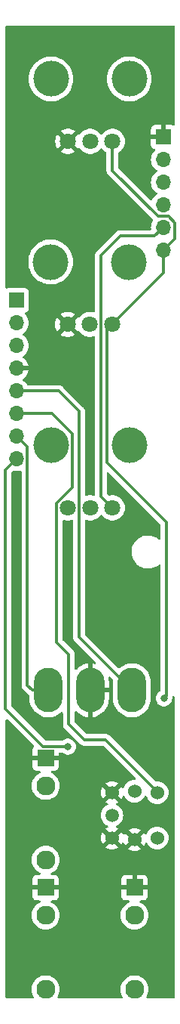
<source format=gbl>
G04 #@! TF.GenerationSoftware,KiCad,Pcbnew,7.0.5.1-1-g8f565ef7f0-dirty-deb11*
G04 #@! TF.CreationDate,2023-06-10T14:17:36+00:00*
G04 #@! TF.ProjectId,RP2040-VCO,52503230-3430-42d5-9643-4f2e6b696361,rev?*
G04 #@! TF.SameCoordinates,Original*
G04 #@! TF.FileFunction,Copper,L2,Bot*
G04 #@! TF.FilePolarity,Positive*
%FSLAX46Y46*%
G04 Gerber Fmt 4.6, Leading zero omitted, Abs format (unit mm)*
G04 Created by KiCad (PCBNEW 7.0.5.1-1-g8f565ef7f0-dirty-deb11) date 2023-06-10 14:17:36*
%MOMM*%
%LPD*%
G01*
G04 APERTURE LIST*
G04 #@! TA.AperFunction,ComponentPad*
%ADD10R,1.930000X1.830000*%
G04 #@! TD*
G04 #@! TA.AperFunction,ComponentPad*
%ADD11C,2.130000*%
G04 #@! TD*
G04 #@! TA.AperFunction,WasherPad*
%ADD12C,4.000000*%
G04 #@! TD*
G04 #@! TA.AperFunction,ComponentPad*
%ADD13C,1.800000*%
G04 #@! TD*
G04 #@! TA.AperFunction,WasherPad*
%ADD14C,1.500000*%
G04 #@! TD*
G04 #@! TA.AperFunction,ComponentPad*
%ADD15C,1.524000*%
G04 #@! TD*
G04 #@! TA.AperFunction,ComponentPad*
%ADD16O,3.200000X5.000000*%
G04 #@! TD*
G04 #@! TA.AperFunction,ComponentPad*
%ADD17R,1.700000X1.700000*%
G04 #@! TD*
G04 #@! TA.AperFunction,ComponentPad*
%ADD18O,1.700000X1.700000*%
G04 #@! TD*
G04 #@! TA.AperFunction,ViaPad*
%ADD19C,0.800000*%
G04 #@! TD*
G04 #@! TA.AperFunction,Conductor*
%ADD20C,0.300000*%
G04 #@! TD*
G04 APERTURE END LIST*
D10*
X89000000Y-133600000D03*
D11*
X89000000Y-145000000D03*
X89000000Y-136700000D03*
D10*
X79000000Y-133600000D03*
D11*
X79000000Y-145000000D03*
X79000000Y-136700000D03*
D10*
X79000000Y-119100000D03*
D11*
X79000000Y-130500000D03*
X79000000Y-122200000D03*
D12*
X79600000Y-43000000D03*
X88400000Y-43000000D03*
D13*
X86500000Y-50000000D03*
X84000000Y-50000000D03*
X81500000Y-50000000D03*
D14*
X86460000Y-125500000D03*
D15*
X86460000Y-128040000D03*
X86460000Y-122960000D03*
X91540000Y-128040000D03*
X91540000Y-122960000D03*
X89000000Y-122800000D03*
X89000000Y-128200000D03*
D16*
X88700000Y-111500000D03*
X84000000Y-111500000D03*
X79300000Y-111500000D03*
D12*
X79560000Y-63500000D03*
X88360000Y-63500000D03*
D13*
X86460000Y-70500000D03*
X83960000Y-70500000D03*
X81460000Y-70500000D03*
D12*
X79600000Y-84050000D03*
X88400000Y-84050000D03*
D13*
X86500000Y-91050000D03*
X84000000Y-91050000D03*
X81500000Y-91050000D03*
D17*
X92200000Y-49500000D03*
D18*
X92200000Y-52040000D03*
X92200000Y-54580000D03*
X92200000Y-57120000D03*
X92200000Y-59660000D03*
X92200000Y-62200000D03*
D17*
X75750000Y-67800000D03*
D18*
X75750000Y-70340000D03*
X75750000Y-72880000D03*
X75750000Y-75420000D03*
X75750000Y-77960000D03*
X75750000Y-80500000D03*
X75750000Y-83040000D03*
X75750000Y-85580000D03*
D19*
X82000000Y-66600000D03*
X82000000Y-67500000D03*
X81500000Y-117800000D03*
X92300000Y-112400000D03*
D20*
X78700000Y-117800000D02*
X74500000Y-113600000D01*
X81500000Y-117800000D02*
X78700000Y-117800000D01*
X74500000Y-86830000D02*
X75750000Y-85580000D01*
X74500000Y-113600000D02*
X74500000Y-86830000D01*
X85210489Y-69983413D02*
X85210489Y-89760489D01*
X85210489Y-62789511D02*
X87400000Y-60600000D01*
X91260000Y-60600000D02*
X92200000Y-59660000D01*
X87400000Y-60600000D02*
X91260000Y-60600000D01*
X85210489Y-89760489D02*
X86500000Y-91050000D01*
X85210489Y-69983413D02*
X85210489Y-62789511D01*
X86500000Y-50000000D02*
X86500000Y-53257057D01*
X86500000Y-53257057D02*
X91642943Y-58400000D01*
X92200000Y-62200000D02*
X92200000Y-64760000D01*
X93500000Y-59100000D02*
X93500000Y-60900000D01*
X92300000Y-112400000D02*
X92600000Y-112100000D01*
X92800000Y-58400000D02*
X93500000Y-59100000D01*
X85900000Y-86000000D02*
X85900000Y-71060000D01*
X93500000Y-60900000D02*
X92200000Y-62200000D01*
X92200000Y-64760000D02*
X86460000Y-70500000D01*
X92600000Y-92700000D02*
X85900000Y-86000000D01*
X91642943Y-58400000D02*
X92800000Y-58400000D01*
X85900000Y-71060000D02*
X86460000Y-70500000D01*
X92600000Y-112100000D02*
X92600000Y-92700000D01*
X82000000Y-82800000D02*
X82000000Y-88782924D01*
X80250489Y-90532435D02*
X80250489Y-106150489D01*
X75750000Y-80500000D02*
X79700000Y-80500000D01*
X79700000Y-80500000D02*
X82000000Y-82800000D01*
X83350489Y-117050489D02*
X85740489Y-117050489D01*
X82000000Y-88782924D02*
X80250489Y-90532435D01*
X91540000Y-122850000D02*
X91540000Y-122960000D01*
X81600000Y-115300000D02*
X83350489Y-117050489D01*
X85740489Y-117050489D02*
X91540000Y-122850000D01*
X80250489Y-106150489D02*
X81600000Y-107500000D01*
X81600000Y-107500000D02*
X81600000Y-115300000D01*
X82750489Y-80250489D02*
X80460000Y-77960000D01*
X82750489Y-105550489D02*
X82750489Y-80250489D01*
X80460000Y-77960000D02*
X75750000Y-77960000D01*
X88700000Y-111500000D02*
X82750489Y-105550489D01*
X77500000Y-111500000D02*
X79300000Y-111500000D01*
X76949511Y-84239511D02*
X76949511Y-99249511D01*
X76949511Y-99249511D02*
X76949511Y-110949511D01*
X76949511Y-110949511D02*
X77500000Y-111500000D01*
X75750000Y-83040000D02*
X76949511Y-84239511D01*
G04 #@! TA.AperFunction,Conductor*
G36*
X76238227Y-86904524D02*
G01*
X76277040Y-86949403D01*
X76291011Y-87007069D01*
X76291011Y-110862900D01*
X76288639Y-110884385D01*
X76290949Y-110957880D01*
X76291011Y-110961838D01*
X76291011Y-110990947D01*
X76291566Y-110995343D01*
X76292497Y-111007167D01*
X76293948Y-111053342D01*
X76299932Y-111073938D01*
X76303940Y-111093293D01*
X76306628Y-111114572D01*
X76323635Y-111157528D01*
X76327478Y-111168755D01*
X76340365Y-111213111D01*
X76351281Y-111231569D01*
X76359978Y-111249321D01*
X76367875Y-111269267D01*
X76395025Y-111306634D01*
X76401544Y-111316557D01*
X76425060Y-111356321D01*
X76440221Y-111371482D01*
X76453061Y-111386515D01*
X76465668Y-111403866D01*
X76501262Y-111433312D01*
X76510042Y-111441302D01*
X76973125Y-111904385D01*
X76986642Y-111921256D01*
X77040256Y-111971603D01*
X77043067Y-111974327D01*
X77063667Y-111994927D01*
X77067170Y-111997644D01*
X77076197Y-112005354D01*
X77109867Y-112036972D01*
X77126200Y-112045951D01*
X77173953Y-112092226D01*
X77191500Y-112156366D01*
X77191500Y-112472032D01*
X77206257Y-112687773D01*
X77264945Y-112970197D01*
X77361542Y-113241997D01*
X77494244Y-113498099D01*
X77494247Y-113498103D01*
X77660591Y-113733758D01*
X77847458Y-113933844D01*
X77857476Y-113944570D01*
X78081222Y-114126602D01*
X78081226Y-114126604D01*
X78081228Y-114126606D01*
X78327686Y-114276481D01*
X78592256Y-114391400D01*
X78870011Y-114469223D01*
X78870013Y-114469223D01*
X78870016Y-114469224D01*
X79155771Y-114508500D01*
X79155775Y-114508500D01*
X79444225Y-114508500D01*
X79444229Y-114508500D01*
X79729983Y-114469224D01*
X79729984Y-114469223D01*
X79729989Y-114469223D01*
X80007744Y-114391400D01*
X80272314Y-114276481D01*
X80518772Y-114126606D01*
X80519276Y-114126196D01*
X80735983Y-113949892D01*
X80800476Y-113922530D01*
X80869615Y-113933844D01*
X80922023Y-113980335D01*
X80941500Y-114047631D01*
X80941500Y-115213389D01*
X80939128Y-115234874D01*
X80941438Y-115308369D01*
X80941500Y-115312327D01*
X80941500Y-115341436D01*
X80942055Y-115345832D01*
X80942986Y-115357656D01*
X80944437Y-115403831D01*
X80950421Y-115424427D01*
X80954429Y-115443782D01*
X80957117Y-115465061D01*
X80974124Y-115508017D01*
X80977967Y-115519244D01*
X80990854Y-115563600D01*
X81001770Y-115582058D01*
X81010467Y-115599810D01*
X81018364Y-115619756D01*
X81045514Y-115657123D01*
X81052033Y-115667046D01*
X81075549Y-115706810D01*
X81090710Y-115721971D01*
X81103550Y-115737004D01*
X81116157Y-115754355D01*
X81151752Y-115783802D01*
X81160532Y-115791792D01*
X82823615Y-117454875D01*
X82837136Y-117471750D01*
X82890761Y-117522107D01*
X82893572Y-117524831D01*
X82914156Y-117545415D01*
X82917659Y-117548132D01*
X82926675Y-117555832D01*
X82960356Y-117587461D01*
X82979149Y-117597792D01*
X82995665Y-117608641D01*
X83012620Y-117621793D01*
X83055020Y-117640141D01*
X83065669Y-117645357D01*
X83106152Y-117667613D01*
X83126929Y-117672947D01*
X83145624Y-117679348D01*
X83165312Y-117687868D01*
X83210943Y-117695095D01*
X83222543Y-117697497D01*
X83267301Y-117708989D01*
X83288747Y-117708989D01*
X83308457Y-117710539D01*
X83329640Y-117713895D01*
X83375628Y-117709547D01*
X83387484Y-117708989D01*
X85415539Y-117708989D01*
X85463757Y-117718580D01*
X85504634Y-117745894D01*
X89069523Y-121310783D01*
X89103441Y-121372607D01*
X89098829Y-121442973D01*
X89057132Y-121499841D01*
X88991410Y-121525398D01*
X88889152Y-121534344D01*
X88778532Y-121544022D01*
X88563807Y-121601559D01*
X88563806Y-121601559D01*
X88563804Y-121601560D01*
X88503442Y-121629707D01*
X88362322Y-121695512D01*
X88180215Y-121823025D01*
X88023025Y-121980215D01*
X87895512Y-122162323D01*
X87806614Y-122352966D01*
X87760118Y-122405984D01*
X87692418Y-122425716D01*
X87624719Y-122405983D01*
X87578224Y-122352965D01*
X87564052Y-122322572D01*
X87519815Y-122259395D01*
X87519813Y-122259395D01*
X86819210Y-122960000D01*
X86819210Y-122960001D01*
X87519812Y-123660603D01*
X87519814Y-123660603D01*
X87564052Y-123597427D01*
X87652833Y-123407035D01*
X87699328Y-123354018D01*
X87767027Y-123334285D01*
X87834727Y-123354017D01*
X87881222Y-123407034D01*
X87895510Y-123437675D01*
X88023025Y-123619784D01*
X88180215Y-123776974D01*
X88180218Y-123776976D01*
X88180219Y-123776977D01*
X88182203Y-123778366D01*
X88362321Y-123904487D01*
X88362322Y-123904487D01*
X88362323Y-123904488D01*
X88563804Y-123998440D01*
X88714739Y-124038883D01*
X88778532Y-124055977D01*
X88778533Y-124055977D01*
X88778537Y-124055978D01*
X89000000Y-124075353D01*
X89221463Y-124055978D01*
X89436196Y-123998440D01*
X89637677Y-123904488D01*
X89819781Y-123776977D01*
X89976977Y-123619781D01*
X90104488Y-123437677D01*
X90118501Y-123407625D01*
X90164994Y-123354610D01*
X90232694Y-123334876D01*
X90300394Y-123354608D01*
X90346889Y-123407625D01*
X90435395Y-123597426D01*
X90435512Y-123597677D01*
X90563025Y-123779784D01*
X90720215Y-123936974D01*
X90902321Y-124064487D01*
X90902322Y-124064487D01*
X90902323Y-124064488D01*
X91103804Y-124158440D01*
X91254739Y-124198883D01*
X91318532Y-124215977D01*
X91318533Y-124215977D01*
X91318537Y-124215978D01*
X91540000Y-124235353D01*
X91761463Y-124215978D01*
X91976196Y-124158440D01*
X92177677Y-124064488D01*
X92359781Y-123936977D01*
X92516977Y-123779781D01*
X92644488Y-123597677D01*
X92738440Y-123396196D01*
X92795978Y-123181463D01*
X92815353Y-122960000D01*
X92795978Y-122738537D01*
X92738440Y-122523804D01*
X92644488Y-122322324D01*
X92516977Y-122140219D01*
X92516976Y-122140218D01*
X92516974Y-122140215D01*
X92359784Y-121983025D01*
X92177678Y-121855512D01*
X92107117Y-121822609D01*
X91976196Y-121761560D01*
X91962709Y-121757946D01*
X91761467Y-121704022D01*
X91584292Y-121688521D01*
X91540000Y-121684647D01*
X91539999Y-121684647D01*
X91383267Y-121698358D01*
X91329192Y-121691238D01*
X91283192Y-121661932D01*
X86267363Y-116646103D01*
X86253845Y-116629231D01*
X86200231Y-116578884D01*
X86197419Y-116576159D01*
X86176822Y-116555562D01*
X86173317Y-116552843D01*
X86164292Y-116545135D01*
X86130620Y-116513515D01*
X86111827Y-116503183D01*
X86095306Y-116492331D01*
X86078359Y-116479186D01*
X86078357Y-116479185D01*
X86035948Y-116460832D01*
X86025307Y-116455619D01*
X85984826Y-116433365D01*
X85984823Y-116433364D01*
X85964057Y-116428032D01*
X85945353Y-116421628D01*
X85925667Y-116413109D01*
X85880041Y-116405883D01*
X85868417Y-116403476D01*
X85851669Y-116399176D01*
X85823677Y-116391989D01*
X85823676Y-116391989D01*
X85802230Y-116391989D01*
X85782521Y-116390438D01*
X85761337Y-116387083D01*
X85761336Y-116387083D01*
X85741259Y-116388980D01*
X85715348Y-116391430D01*
X85703493Y-116391989D01*
X83675438Y-116391989D01*
X83627220Y-116382398D01*
X83586343Y-116355084D01*
X82295405Y-115064145D01*
X82268091Y-115023268D01*
X82258500Y-114975050D01*
X82258500Y-113943228D01*
X82272626Y-113885260D01*
X82311838Y-113840290D01*
X82367343Y-113818402D01*
X82426695Y-113824503D01*
X82476585Y-113857226D01*
X82557818Y-113944205D01*
X82781514Y-114126196D01*
X83027914Y-114276034D01*
X83292423Y-114390927D01*
X83570118Y-114468733D01*
X83745998Y-114492907D01*
X83746000Y-114492907D01*
X83746000Y-111754000D01*
X84254000Y-111754000D01*
X84254000Y-114492907D01*
X84254001Y-114492907D01*
X84429881Y-114468733D01*
X84707576Y-114390927D01*
X84972085Y-114276034D01*
X85218485Y-114126196D01*
X85442181Y-113944205D01*
X85639020Y-113733442D01*
X85805325Y-113497841D01*
X85937999Y-113241793D01*
X86034572Y-112970062D01*
X86093246Y-112687706D01*
X86108000Y-112472018D01*
X86108000Y-111754000D01*
X84254000Y-111754000D01*
X83746000Y-111754000D01*
X83746000Y-108507093D01*
X83745998Y-108507092D01*
X83570118Y-108531266D01*
X83292423Y-108609072D01*
X83027914Y-108723965D01*
X82781514Y-108873803D01*
X82557818Y-109055794D01*
X82476585Y-109142774D01*
X82426695Y-109175497D01*
X82367343Y-109181598D01*
X82311838Y-109159710D01*
X82272626Y-109114740D01*
X82258500Y-109056772D01*
X82258500Y-107586614D01*
X82260872Y-107565125D01*
X82260788Y-107562465D01*
X82260789Y-107562463D01*
X82258562Y-107491612D01*
X82258500Y-107487654D01*
X82258500Y-107458575D01*
X82258500Y-107458568D01*
X82257943Y-107454162D01*
X82257012Y-107442335D01*
X82255562Y-107396169D01*
X82249578Y-107375574D01*
X82245570Y-107356217D01*
X82242882Y-107334936D01*
X82225874Y-107291978D01*
X82222030Y-107280751D01*
X82209145Y-107236400D01*
X82198224Y-107217935D01*
X82189531Y-107200189D01*
X82181635Y-107180244D01*
X82154473Y-107142860D01*
X82147964Y-107132950D01*
X82124453Y-107093193D01*
X82109287Y-107078027D01*
X82096447Y-107062994D01*
X82083840Y-107045642D01*
X82048246Y-107016196D01*
X82039467Y-107008207D01*
X80945894Y-105914634D01*
X80918580Y-105873757D01*
X80908989Y-105825539D01*
X80908989Y-92512240D01*
X80922960Y-92454574D01*
X80961773Y-92409695D01*
X81016823Y-92387556D01*
X81075901Y-92393067D01*
X81153169Y-92419592D01*
X81383332Y-92458000D01*
X81616668Y-92458000D01*
X81846830Y-92419592D01*
X81925077Y-92392731D01*
X81984155Y-92387220D01*
X82039205Y-92409359D01*
X82078018Y-92454238D01*
X82091989Y-92511904D01*
X82091989Y-105463878D01*
X82089617Y-105485363D01*
X82091927Y-105558858D01*
X82091989Y-105562816D01*
X82091989Y-105591925D01*
X82092544Y-105596321D01*
X82093475Y-105608145D01*
X82094926Y-105654320D01*
X82100910Y-105674916D01*
X82104918Y-105694271D01*
X82107606Y-105715550D01*
X82124613Y-105758506D01*
X82128456Y-105769733D01*
X82141343Y-105814089D01*
X82152259Y-105832547D01*
X82160956Y-105850299D01*
X82168853Y-105870245D01*
X82196003Y-105907612D01*
X82202522Y-105917535D01*
X82226038Y-105957299D01*
X82241199Y-105972460D01*
X82254039Y-105987493D01*
X82266646Y-106004844D01*
X82302240Y-106034290D01*
X82311020Y-106042280D01*
X84603835Y-108335095D01*
X84636521Y-108391856D01*
X84636297Y-108457355D01*
X84603225Y-108513892D01*
X84546242Y-108546188D01*
X84480746Y-108545518D01*
X84429881Y-108531266D01*
X84254001Y-108507092D01*
X84254000Y-108507093D01*
X84254000Y-111246000D01*
X86108000Y-111246000D01*
X86108000Y-110527982D01*
X86093246Y-110312293D01*
X86051120Y-110109570D01*
X86054389Y-110045818D01*
X86088483Y-109991850D01*
X86144653Y-109961518D01*
X86208479Y-109962607D01*
X86263580Y-109994840D01*
X86564116Y-110295376D01*
X86593008Y-110340255D01*
X86600727Y-110393069D01*
X86591500Y-110527967D01*
X86591500Y-112472032D01*
X86606257Y-112687773D01*
X86664945Y-112970197D01*
X86761542Y-113241997D01*
X86894244Y-113498099D01*
X86894247Y-113498103D01*
X87060591Y-113733758D01*
X87247458Y-113933844D01*
X87257476Y-113944570D01*
X87481222Y-114126602D01*
X87481226Y-114126604D01*
X87481228Y-114126606D01*
X87727686Y-114276481D01*
X87992256Y-114391400D01*
X88270011Y-114469223D01*
X88270013Y-114469223D01*
X88270016Y-114469224D01*
X88555771Y-114508500D01*
X88555775Y-114508500D01*
X88844225Y-114508500D01*
X88844229Y-114508500D01*
X89129983Y-114469224D01*
X89129984Y-114469223D01*
X89129989Y-114469223D01*
X89407744Y-114391400D01*
X89672314Y-114276481D01*
X89918772Y-114126606D01*
X90142526Y-113944568D01*
X90339409Y-113733758D01*
X90505753Y-113498103D01*
X90520283Y-113470060D01*
X90638457Y-113241997D01*
X90638530Y-113241793D01*
X90735055Y-112970196D01*
X90793742Y-112687778D01*
X90808500Y-112472029D01*
X90808500Y-110527971D01*
X90793742Y-110312222D01*
X90735055Y-110029804D01*
X90638459Y-109758008D01*
X90638457Y-109758002D01*
X90505755Y-109501900D01*
X90339408Y-109266241D01*
X90210163Y-109127854D01*
X90142526Y-109055432D01*
X90142525Y-109055431D01*
X90142523Y-109055429D01*
X89918777Y-108873397D01*
X89672312Y-108723518D01*
X89407744Y-108608600D01*
X89129983Y-108530775D01*
X88844229Y-108491500D01*
X88844225Y-108491500D01*
X88555775Y-108491500D01*
X88555771Y-108491500D01*
X88270016Y-108530775D01*
X87992255Y-108608600D01*
X87727687Y-108723518D01*
X87481226Y-108873394D01*
X87306650Y-109015423D01*
X87251363Y-109041331D01*
X87190386Y-109038205D01*
X87138038Y-109006778D01*
X83445894Y-105314634D01*
X83418580Y-105273757D01*
X83408989Y-105225539D01*
X83408989Y-92512768D01*
X83422960Y-92455102D01*
X83461773Y-92410223D01*
X83516823Y-92388084D01*
X83575901Y-92393595D01*
X83653049Y-92420080D01*
X83883288Y-92458500D01*
X84116709Y-92458500D01*
X84116712Y-92458500D01*
X84346951Y-92420080D01*
X84567727Y-92344287D01*
X84773017Y-92233190D01*
X84957220Y-92089818D01*
X85115314Y-91918083D01*
X85144517Y-91873383D01*
X85190031Y-91831485D01*
X85250000Y-91816299D01*
X85309969Y-91831485D01*
X85355482Y-91873383D01*
X85384686Y-91918083D01*
X85542780Y-92089818D01*
X85726983Y-92233190D01*
X85932273Y-92344287D01*
X86153049Y-92420080D01*
X86383288Y-92458500D01*
X86616709Y-92458500D01*
X86616712Y-92458500D01*
X86846951Y-92420080D01*
X87067727Y-92344287D01*
X87273017Y-92233190D01*
X87457220Y-92089818D01*
X87615314Y-91918083D01*
X87742984Y-91722669D01*
X87836749Y-91508907D01*
X87894051Y-91282626D01*
X87913327Y-91050000D01*
X87894051Y-90817374D01*
X87836749Y-90591093D01*
X87742984Y-90377331D01*
X87615314Y-90181917D01*
X87457220Y-90010182D01*
X87273017Y-89866810D01*
X87091012Y-89768314D01*
X87067726Y-89755712D01*
X86915340Y-89703398D01*
X86846951Y-89679920D01*
X86616712Y-89641500D01*
X86383288Y-89641500D01*
X86153049Y-89679920D01*
X86153045Y-89679921D01*
X86142751Y-89681639D01*
X86142265Y-89678729D01*
X86089733Y-89681444D01*
X86029042Y-89647782D01*
X85905894Y-89524634D01*
X85878580Y-89483757D01*
X85868989Y-89435539D01*
X85868989Y-87204439D01*
X85882722Y-87147236D01*
X85920928Y-87102503D01*
X85975278Y-87079990D01*
X86033925Y-87084606D01*
X86084084Y-87115344D01*
X91904595Y-92935855D01*
X91931909Y-92976732D01*
X91941500Y-93024950D01*
X91941500Y-94524862D01*
X91928387Y-94580831D01*
X91891777Y-94625151D01*
X91839291Y-94648596D01*
X91781853Y-94646286D01*
X91731418Y-94618703D01*
X91730761Y-94618114D01*
X91634002Y-94531418D01*
X91408090Y-94381956D01*
X91408086Y-94381954D01*
X91162828Y-94266981D01*
X90903425Y-94188938D01*
X90635442Y-94149500D01*
X90635439Y-94149500D01*
X90432369Y-94149500D01*
X90398614Y-94151970D01*
X90229839Y-94164323D01*
X89965449Y-94223219D01*
X89712441Y-94319985D01*
X89476225Y-94452557D01*
X89261820Y-94618114D01*
X89073815Y-94813117D01*
X88916200Y-95033422D01*
X88792342Y-95274328D01*
X88704882Y-95530693D01*
X88655681Y-95797065D01*
X88645787Y-96067766D01*
X88675413Y-96337015D01*
X88675414Y-96337018D01*
X88743928Y-96599088D01*
X88849870Y-96848390D01*
X88990982Y-97079610D01*
X89164255Y-97287820D01*
X89164256Y-97287821D01*
X89164258Y-97287823D01*
X89365993Y-97468578D01*
X89365995Y-97468579D01*
X89365998Y-97468582D01*
X89591910Y-97618044D01*
X89724104Y-97680014D01*
X89837171Y-97733018D01*
X89837173Y-97733018D01*
X89837176Y-97733020D01*
X90096569Y-97811060D01*
X90096572Y-97811060D01*
X90096574Y-97811061D01*
X90364558Y-97850500D01*
X90364561Y-97850500D01*
X90567630Y-97850500D01*
X90567631Y-97850500D01*
X90770156Y-97835677D01*
X91034553Y-97776780D01*
X91287558Y-97680014D01*
X91523777Y-97547441D01*
X91738177Y-97381888D01*
X91738179Y-97381884D01*
X91738492Y-97381644D01*
X91802864Y-97356008D01*
X91871056Y-97368282D01*
X91922449Y-97414755D01*
X91941500Y-97481373D01*
X91941500Y-111483312D01*
X91932325Y-111530512D01*
X91906137Y-111570839D01*
X91866750Y-111598418D01*
X91843248Y-111608881D01*
X91688747Y-111721133D01*
X91560958Y-111863057D01*
X91465472Y-112028443D01*
X91406458Y-112210070D01*
X91386496Y-112399999D01*
X91406458Y-112589929D01*
X91465472Y-112771556D01*
X91560958Y-112936942D01*
X91590900Y-112970196D01*
X91688747Y-113078866D01*
X91843248Y-113191118D01*
X92017712Y-113268794D01*
X92204513Y-113308500D01*
X92395485Y-113308500D01*
X92395487Y-113308500D01*
X92582288Y-113268794D01*
X92756752Y-113191118D01*
X92911253Y-113078866D01*
X93039040Y-112936944D01*
X93134527Y-112771556D01*
X93193542Y-112589928D01*
X93213504Y-112400000D01*
X93212774Y-112393057D01*
X93216040Y-112348554D01*
X93217121Y-112344341D01*
X93217124Y-112344337D01*
X93222459Y-112323554D01*
X93228856Y-112304869D01*
X93237380Y-112285176D01*
X93244609Y-112239521D01*
X93247011Y-112227928D01*
X93251461Y-112210603D01*
X93279869Y-112157630D01*
X93329585Y-112123846D01*
X93389296Y-112116940D01*
X93445412Y-112138483D01*
X93485162Y-112183572D01*
X93499500Y-112241946D01*
X93499500Y-145873500D01*
X93482619Y-145936500D01*
X93436500Y-145982619D01*
X93373500Y-145999500D01*
X90457939Y-145999500D01*
X90394226Y-145982204D01*
X90348004Y-145935066D01*
X90331963Y-145871026D01*
X90350507Y-145807665D01*
X90406332Y-145716566D01*
X90406331Y-145716566D01*
X90406334Y-145716563D01*
X90501115Y-145487742D01*
X90558934Y-145246911D01*
X90578366Y-145000000D01*
X90558934Y-144753089D01*
X90501115Y-144512258D01*
X90406334Y-144283437D01*
X90276925Y-144072260D01*
X90276921Y-144072255D01*
X90116073Y-143883926D01*
X89927744Y-143723078D01*
X89927742Y-143723076D01*
X89927740Y-143723075D01*
X89716563Y-143593666D01*
X89716561Y-143593665D01*
X89487743Y-143498885D01*
X89246911Y-143441066D01*
X89246910Y-143441065D01*
X89000000Y-143421634D01*
X88999999Y-143421634D01*
X88753088Y-143441066D01*
X88512256Y-143498885D01*
X88283438Y-143593665D01*
X88072255Y-143723078D01*
X87883926Y-143883926D01*
X87723078Y-144072255D01*
X87593665Y-144283438D01*
X87498885Y-144512256D01*
X87441066Y-144753088D01*
X87421634Y-145000000D01*
X87441066Y-145246911D01*
X87498885Y-145487743D01*
X87593667Y-145716566D01*
X87649493Y-145807665D01*
X87668037Y-145871026D01*
X87651996Y-145935066D01*
X87605774Y-145982204D01*
X87542061Y-145999500D01*
X80457939Y-145999500D01*
X80394226Y-145982204D01*
X80348004Y-145935066D01*
X80331963Y-145871026D01*
X80350507Y-145807665D01*
X80406332Y-145716566D01*
X80406331Y-145716566D01*
X80406334Y-145716563D01*
X80501115Y-145487742D01*
X80558934Y-145246911D01*
X80578366Y-145000000D01*
X80558934Y-144753089D01*
X80501115Y-144512258D01*
X80406334Y-144283437D01*
X80276925Y-144072260D01*
X80276921Y-144072255D01*
X80116073Y-143883926D01*
X79927744Y-143723078D01*
X79927742Y-143723076D01*
X79927740Y-143723075D01*
X79716563Y-143593666D01*
X79716561Y-143593665D01*
X79487743Y-143498885D01*
X79246911Y-143441066D01*
X79246910Y-143441065D01*
X79000000Y-143421634D01*
X78999999Y-143421634D01*
X78753088Y-143441066D01*
X78512256Y-143498885D01*
X78283438Y-143593665D01*
X78072255Y-143723078D01*
X77883926Y-143883926D01*
X77723078Y-144072255D01*
X77593665Y-144283438D01*
X77498885Y-144512256D01*
X77441066Y-144753088D01*
X77421634Y-145000000D01*
X77441066Y-145246911D01*
X77498885Y-145487743D01*
X77593667Y-145716566D01*
X77649493Y-145807665D01*
X77668037Y-145871026D01*
X77651996Y-145935066D01*
X77605774Y-145982204D01*
X77542061Y-145999500D01*
X74626500Y-145999500D01*
X74563500Y-145982619D01*
X74517381Y-145936500D01*
X74500500Y-145873500D01*
X74500500Y-136700000D01*
X77421634Y-136700000D01*
X77441066Y-136946911D01*
X77498885Y-137187742D01*
X77593666Y-137416563D01*
X77723075Y-137627740D01*
X77723076Y-137627742D01*
X77723078Y-137627744D01*
X77883926Y-137816073D01*
X78072255Y-137976921D01*
X78072260Y-137976925D01*
X78283437Y-138106334D01*
X78512258Y-138201115D01*
X78753089Y-138258934D01*
X79000000Y-138278366D01*
X79246911Y-138258934D01*
X79487742Y-138201115D01*
X79716563Y-138106334D01*
X79927740Y-137976925D01*
X80116073Y-137816073D01*
X80276925Y-137627740D01*
X80406334Y-137416563D01*
X80501115Y-137187742D01*
X80558934Y-136946911D01*
X80578366Y-136700000D01*
X87421634Y-136700000D01*
X87441066Y-136946911D01*
X87498885Y-137187742D01*
X87593666Y-137416563D01*
X87723075Y-137627740D01*
X87723076Y-137627742D01*
X87723078Y-137627744D01*
X87883926Y-137816073D01*
X88072255Y-137976921D01*
X88072260Y-137976925D01*
X88283437Y-138106334D01*
X88512258Y-138201115D01*
X88753089Y-138258934D01*
X89000000Y-138278366D01*
X89246911Y-138258934D01*
X89487742Y-138201115D01*
X89716563Y-138106334D01*
X89927740Y-137976925D01*
X90116073Y-137816073D01*
X90276925Y-137627740D01*
X90406334Y-137416563D01*
X90501115Y-137187742D01*
X90558934Y-136946911D01*
X90578366Y-136700000D01*
X90558934Y-136453089D01*
X90501115Y-136212258D01*
X90406334Y-135983437D01*
X90276925Y-135772260D01*
X90276921Y-135772255D01*
X90116073Y-135583926D01*
X89927744Y-135423078D01*
X89927742Y-135423076D01*
X89927740Y-135423075D01*
X89716563Y-135293666D01*
X89648345Y-135265409D01*
X89594627Y-135223061D01*
X89570951Y-135158886D01*
X89584296Y-135091797D01*
X89630728Y-135041567D01*
X89696563Y-135023000D01*
X90013589Y-135023000D01*
X90074093Y-135016494D01*
X90210962Y-134965445D01*
X90327904Y-134877904D01*
X90415445Y-134760962D01*
X90466494Y-134624093D01*
X90473000Y-134563589D01*
X90473000Y-133854000D01*
X87527000Y-133854000D01*
X87527000Y-134563589D01*
X87533505Y-134624093D01*
X87584554Y-134760962D01*
X87672095Y-134877904D01*
X87789037Y-134965445D01*
X87925906Y-135016494D01*
X87986411Y-135023000D01*
X88303437Y-135023000D01*
X88369272Y-135041567D01*
X88415704Y-135091797D01*
X88429049Y-135158886D01*
X88405373Y-135223061D01*
X88351655Y-135265409D01*
X88283438Y-135293665D01*
X88072255Y-135423078D01*
X87883926Y-135583926D01*
X87723078Y-135772255D01*
X87593665Y-135983438D01*
X87498885Y-136212256D01*
X87498885Y-136212258D01*
X87441066Y-136453089D01*
X87421634Y-136700000D01*
X80578366Y-136700000D01*
X80558934Y-136453089D01*
X80501115Y-136212258D01*
X80406334Y-135983437D01*
X80276925Y-135772260D01*
X80276921Y-135772255D01*
X80116073Y-135583926D01*
X79927744Y-135423078D01*
X79927742Y-135423076D01*
X79927740Y-135423075D01*
X79716563Y-135293666D01*
X79648345Y-135265409D01*
X79594627Y-135223061D01*
X79570951Y-135158886D01*
X79584296Y-135091797D01*
X79630728Y-135041567D01*
X79696563Y-135023000D01*
X80013589Y-135023000D01*
X80074093Y-135016494D01*
X80210962Y-134965445D01*
X80327904Y-134877904D01*
X80415445Y-134760962D01*
X80466494Y-134624093D01*
X80473000Y-134563589D01*
X80473000Y-133854000D01*
X77527000Y-133854000D01*
X77527000Y-134563589D01*
X77533505Y-134624093D01*
X77584554Y-134760962D01*
X77672095Y-134877904D01*
X77789037Y-134965445D01*
X77925906Y-135016494D01*
X77986411Y-135023000D01*
X78303437Y-135023000D01*
X78369272Y-135041567D01*
X78415704Y-135091797D01*
X78429049Y-135158886D01*
X78405373Y-135223061D01*
X78351655Y-135265409D01*
X78283438Y-135293665D01*
X78072255Y-135423078D01*
X77883926Y-135583926D01*
X77723078Y-135772255D01*
X77593665Y-135983438D01*
X77498885Y-136212256D01*
X77498885Y-136212258D01*
X77441066Y-136453089D01*
X77421634Y-136700000D01*
X74500500Y-136700000D01*
X74500500Y-130500000D01*
X77421634Y-130500000D01*
X77441066Y-130746911D01*
X77498885Y-130987742D01*
X77593666Y-131216563D01*
X77723075Y-131427740D01*
X77723076Y-131427742D01*
X77723078Y-131427744D01*
X77883926Y-131616073D01*
X78072255Y-131776921D01*
X78072260Y-131776925D01*
X78283437Y-131906334D01*
X78337535Y-131928742D01*
X78351655Y-131934591D01*
X78405373Y-131976939D01*
X78429049Y-132041114D01*
X78415704Y-132108203D01*
X78369272Y-132158433D01*
X78303437Y-132177000D01*
X77986411Y-132177000D01*
X77925906Y-132183505D01*
X77789037Y-132234554D01*
X77672095Y-132322095D01*
X77584554Y-132439037D01*
X77533505Y-132575906D01*
X77527000Y-132636411D01*
X77527000Y-133346000D01*
X80473000Y-133346000D01*
X87527000Y-133346000D01*
X88746000Y-133346000D01*
X88746000Y-132177000D01*
X89254000Y-132177000D01*
X89254000Y-133346000D01*
X90473000Y-133346000D01*
X90473000Y-132636411D01*
X90466494Y-132575906D01*
X90415445Y-132439037D01*
X90327904Y-132322095D01*
X90210962Y-132234554D01*
X90074093Y-132183505D01*
X90013589Y-132177000D01*
X89254000Y-132177000D01*
X88746000Y-132177000D01*
X87986411Y-132177000D01*
X87925906Y-132183505D01*
X87789037Y-132234554D01*
X87672095Y-132322095D01*
X87584554Y-132439037D01*
X87533505Y-132575906D01*
X87527000Y-132636411D01*
X87527000Y-133346000D01*
X80473000Y-133346000D01*
X80473000Y-132636411D01*
X80466494Y-132575906D01*
X80415445Y-132439037D01*
X80327904Y-132322095D01*
X80210962Y-132234554D01*
X80074093Y-132183505D01*
X80013589Y-132177000D01*
X79696563Y-132177000D01*
X79630728Y-132158433D01*
X79584296Y-132108203D01*
X79570951Y-132041114D01*
X79594627Y-131976939D01*
X79648345Y-131934591D01*
X79656219Y-131931328D01*
X79716563Y-131906334D01*
X79927740Y-131776925D01*
X80116073Y-131616073D01*
X80276925Y-131427740D01*
X80406334Y-131216563D01*
X80501115Y-130987742D01*
X80558934Y-130746911D01*
X80578366Y-130500000D01*
X80558934Y-130253089D01*
X80501115Y-130012258D01*
X80406334Y-129783437D01*
X80276925Y-129572260D01*
X80193729Y-129474850D01*
X80116073Y-129383926D01*
X79927744Y-129223078D01*
X79927742Y-129223076D01*
X79927740Y-129223075D01*
X79726596Y-129099814D01*
X85759395Y-129099814D01*
X85822573Y-129144052D01*
X86023975Y-129237968D01*
X86238623Y-129295482D01*
X86460000Y-129314850D01*
X86681376Y-129295482D01*
X86814493Y-129259814D01*
X88299395Y-129259814D01*
X88362573Y-129304052D01*
X88563975Y-129397968D01*
X88778623Y-129455482D01*
X89000000Y-129474850D01*
X89221376Y-129455482D01*
X89436024Y-129397968D01*
X89637427Y-129304052D01*
X89700603Y-129259814D01*
X89700603Y-129259812D01*
X89000001Y-128559210D01*
X89000000Y-128559210D01*
X88299395Y-129259813D01*
X88299395Y-129259814D01*
X86814493Y-129259814D01*
X86896024Y-129237968D01*
X87097427Y-129144052D01*
X87160603Y-129099814D01*
X87160603Y-129099812D01*
X86460001Y-128399210D01*
X86460000Y-128399210D01*
X85759395Y-129099813D01*
X85759395Y-129099814D01*
X79726596Y-129099814D01*
X79716563Y-129093666D01*
X79716561Y-129093665D01*
X79487743Y-128998885D01*
X79246911Y-128941066D01*
X79000000Y-128921634D01*
X78753088Y-128941066D01*
X78512256Y-128998885D01*
X78283438Y-129093665D01*
X78072255Y-129223078D01*
X77883926Y-129383926D01*
X77723078Y-129572255D01*
X77593665Y-129783438D01*
X77498885Y-130012256D01*
X77498885Y-130012258D01*
X77441066Y-130253089D01*
X77421634Y-130500000D01*
X74500500Y-130500000D01*
X74500500Y-128039999D01*
X85185149Y-128039999D01*
X85204517Y-128261376D01*
X85262031Y-128476024D01*
X85355947Y-128677426D01*
X85400184Y-128740603D01*
X85400185Y-128740603D01*
X86100789Y-128040001D01*
X86819210Y-128040001D01*
X87519812Y-128740603D01*
X87519814Y-128740603D01*
X87564053Y-128677425D01*
X87578500Y-128646444D01*
X87624994Y-128593426D01*
X87692694Y-128573693D01*
X87760394Y-128593425D01*
X87806890Y-128646443D01*
X87895947Y-128837426D01*
X87940184Y-128900603D01*
X87940185Y-128900603D01*
X88640789Y-128200001D01*
X89359210Y-128200001D01*
X90059812Y-128900603D01*
X90059814Y-128900603D01*
X90104052Y-128837427D01*
X90192833Y-128647035D01*
X90239328Y-128594018D01*
X90307027Y-128574285D01*
X90374727Y-128594017D01*
X90421222Y-128647034D01*
X90435510Y-128677675D01*
X90563025Y-128859784D01*
X90720215Y-129016974D01*
X90902321Y-129144487D01*
X90902322Y-129144487D01*
X90902323Y-129144488D01*
X91103804Y-129238440D01*
X91254739Y-129278883D01*
X91318532Y-129295977D01*
X91318533Y-129295977D01*
X91318537Y-129295978D01*
X91540000Y-129315353D01*
X91761463Y-129295978D01*
X91976196Y-129238440D01*
X92177677Y-129144488D01*
X92359781Y-129016977D01*
X92516977Y-128859781D01*
X92644488Y-128677677D01*
X92738440Y-128476196D01*
X92795978Y-128261463D01*
X92815353Y-128040000D01*
X92795978Y-127818537D01*
X92738440Y-127603804D01*
X92644488Y-127402324D01*
X92516977Y-127220219D01*
X92516976Y-127220218D01*
X92516974Y-127220215D01*
X92359784Y-127063025D01*
X92177678Y-126935512D01*
X92054020Y-126877850D01*
X91976196Y-126841560D01*
X91938107Y-126831354D01*
X91761467Y-126784022D01*
X91540000Y-126764647D01*
X91318532Y-126784022D01*
X91103807Y-126841559D01*
X91103806Y-126841559D01*
X91103804Y-126841560D01*
X91043442Y-126869707D01*
X90902322Y-126935512D01*
X90720215Y-127063025D01*
X90563025Y-127220215D01*
X90435512Y-127402323D01*
X90435396Y-127402572D01*
X90360786Y-127562575D01*
X90346614Y-127592966D01*
X90300118Y-127645984D01*
X90232418Y-127665716D01*
X90164719Y-127645983D01*
X90118224Y-127592965D01*
X90104052Y-127562572D01*
X90059815Y-127499395D01*
X90059813Y-127499395D01*
X89359210Y-128200000D01*
X89359210Y-128200001D01*
X88640789Y-128200001D01*
X88640790Y-128200000D01*
X88640790Y-128199999D01*
X87940185Y-127499394D01*
X87895946Y-127562575D01*
X87881499Y-127593558D01*
X87835004Y-127646575D01*
X87767305Y-127666307D01*
X87699605Y-127646574D01*
X87653110Y-127593557D01*
X87564051Y-127402571D01*
X87519815Y-127339395D01*
X87519813Y-127339395D01*
X86819210Y-128040000D01*
X86819210Y-128040001D01*
X86100789Y-128040001D01*
X86100790Y-128040000D01*
X86100790Y-128039999D01*
X85400185Y-127339394D01*
X85355948Y-127402572D01*
X85262031Y-127603975D01*
X85204517Y-127818623D01*
X85185149Y-128039999D01*
X74500500Y-128039999D01*
X74500500Y-125500000D01*
X85196693Y-125500000D01*
X85215885Y-125719375D01*
X85272879Y-125932074D01*
X85365943Y-126131653D01*
X85492253Y-126312041D01*
X85647958Y-126467746D01*
X85647961Y-126467748D01*
X85647962Y-126467749D01*
X85828346Y-126594056D01*
X85947162Y-126649460D01*
X86000180Y-126695954D01*
X86019913Y-126763654D01*
X86000181Y-126831354D01*
X85947164Y-126877849D01*
X85822575Y-126935946D01*
X85759394Y-126980185D01*
X86459999Y-127680790D01*
X86460000Y-127680790D01*
X87000603Y-127140185D01*
X88299394Y-127140185D01*
X88999999Y-127840790D01*
X89000000Y-127840790D01*
X89700603Y-127140185D01*
X89700603Y-127140184D01*
X89637426Y-127095947D01*
X89436024Y-127002031D01*
X89221376Y-126944517D01*
X89000000Y-126925149D01*
X88778623Y-126944517D01*
X88563975Y-127002031D01*
X88362572Y-127095948D01*
X88299394Y-127140185D01*
X87000603Y-127140185D01*
X87160603Y-126980185D01*
X87160603Y-126980184D01*
X87097426Y-126935947D01*
X86972837Y-126877850D01*
X86919819Y-126831354D01*
X86900087Y-126763654D01*
X86919820Y-126695955D01*
X86972837Y-126649460D01*
X87091654Y-126594056D01*
X87272038Y-126467749D01*
X87427749Y-126312038D01*
X87554056Y-126131654D01*
X87647120Y-125932076D01*
X87704115Y-125719371D01*
X87723307Y-125500000D01*
X87704115Y-125280629D01*
X87647120Y-125067924D01*
X87554056Y-124868347D01*
X87427749Y-124687962D01*
X87427748Y-124687961D01*
X87427746Y-124687958D01*
X87272041Y-124532253D01*
X87091654Y-124405944D01*
X86972837Y-124350539D01*
X86919820Y-124304044D01*
X86900087Y-124236344D01*
X86919820Y-124168644D01*
X86972838Y-124122149D01*
X87097425Y-124064053D01*
X87160603Y-124019814D01*
X87160603Y-124019812D01*
X86460001Y-123319210D01*
X86460000Y-123319210D01*
X85759395Y-124019813D01*
X85759395Y-124019814D01*
X85822573Y-124064052D01*
X85947162Y-124122149D01*
X86000179Y-124168644D01*
X86019912Y-124236344D01*
X86000180Y-124304043D01*
X85947162Y-124350539D01*
X85828346Y-124405944D01*
X85647958Y-124532253D01*
X85492253Y-124687958D01*
X85365943Y-124868347D01*
X85272879Y-125067925D01*
X85215885Y-125280624D01*
X85196693Y-125500000D01*
X74500500Y-125500000D01*
X74500500Y-122200000D01*
X77421634Y-122200000D01*
X77441066Y-122446911D01*
X77498885Y-122687743D01*
X77545384Y-122800000D01*
X77593666Y-122916563D01*
X77723075Y-123127740D01*
X77723076Y-123127742D01*
X77723078Y-123127744D01*
X77883926Y-123316073D01*
X78072255Y-123476921D01*
X78072260Y-123476925D01*
X78283437Y-123606334D01*
X78512258Y-123701115D01*
X78753089Y-123758934D01*
X79000000Y-123778366D01*
X79246911Y-123758934D01*
X79487742Y-123701115D01*
X79716563Y-123606334D01*
X79927740Y-123476925D01*
X80116073Y-123316073D01*
X80276925Y-123127740D01*
X80379716Y-122960000D01*
X85185149Y-122960000D01*
X85204517Y-123181376D01*
X85262031Y-123396024D01*
X85355947Y-123597426D01*
X85400184Y-123660603D01*
X85400185Y-123660603D01*
X86100790Y-122960000D01*
X86100790Y-122959999D01*
X85400185Y-122259394D01*
X85355948Y-122322572D01*
X85262031Y-122523975D01*
X85204517Y-122738623D01*
X85185149Y-122960000D01*
X80379716Y-122960000D01*
X80406334Y-122916563D01*
X80501115Y-122687742D01*
X80558934Y-122446911D01*
X80578366Y-122200000D01*
X80558934Y-121953089D01*
X80546233Y-121900185D01*
X85759394Y-121900185D01*
X86459999Y-122600790D01*
X86460000Y-122600790D01*
X87160603Y-121900185D01*
X87160603Y-121900184D01*
X87097426Y-121855947D01*
X86896024Y-121762031D01*
X86681376Y-121704517D01*
X86460000Y-121685149D01*
X86238623Y-121704517D01*
X86023975Y-121762031D01*
X85822572Y-121855948D01*
X85759394Y-121900185D01*
X80546233Y-121900185D01*
X80501115Y-121712258D01*
X80406334Y-121483437D01*
X80276925Y-121272260D01*
X80276921Y-121272255D01*
X80116073Y-121083926D01*
X79927744Y-120923078D01*
X79927742Y-120923076D01*
X79927740Y-120923075D01*
X79716563Y-120793666D01*
X79648345Y-120765409D01*
X79594627Y-120723061D01*
X79570951Y-120658886D01*
X79584296Y-120591797D01*
X79630728Y-120541567D01*
X79696563Y-120523000D01*
X80013589Y-120523000D01*
X80074093Y-120516494D01*
X80210962Y-120465445D01*
X80327904Y-120377904D01*
X80415445Y-120260962D01*
X80466494Y-120124093D01*
X80473000Y-120063589D01*
X80473000Y-119354000D01*
X77527000Y-119354000D01*
X77527000Y-120063589D01*
X77533505Y-120124093D01*
X77584554Y-120260962D01*
X77672095Y-120377904D01*
X77789037Y-120465445D01*
X77925906Y-120516494D01*
X77986411Y-120523000D01*
X78303437Y-120523000D01*
X78369272Y-120541567D01*
X78415704Y-120591797D01*
X78429049Y-120658886D01*
X78405373Y-120723061D01*
X78351655Y-120765409D01*
X78283438Y-120793665D01*
X78072255Y-120923078D01*
X77883926Y-121083926D01*
X77723078Y-121272255D01*
X77593665Y-121483438D01*
X77498885Y-121712256D01*
X77441066Y-121953088D01*
X77421634Y-122200000D01*
X74500500Y-122200000D01*
X74500500Y-114835950D01*
X74514233Y-114778747D01*
X74552439Y-114734014D01*
X74606789Y-114711501D01*
X74665436Y-114716117D01*
X74715595Y-114746855D01*
X77645727Y-117676987D01*
X77676649Y-117727716D01*
X77680888Y-117786976D01*
X77657501Y-117841590D01*
X77584554Y-117939037D01*
X77533505Y-118075906D01*
X77527000Y-118136411D01*
X77527000Y-118846000D01*
X80473000Y-118846000D01*
X80473000Y-118584500D01*
X80489881Y-118521500D01*
X80536000Y-118475381D01*
X80599000Y-118458500D01*
X80819777Y-118458500D01*
X80858713Y-118464667D01*
X80893834Y-118482562D01*
X81043248Y-118591118D01*
X81217712Y-118668794D01*
X81404513Y-118708500D01*
X81595485Y-118708500D01*
X81595487Y-118708500D01*
X81782288Y-118668794D01*
X81956752Y-118591118D01*
X82111253Y-118478866D01*
X82239040Y-118336944D01*
X82334527Y-118171556D01*
X82393542Y-117989928D01*
X82413504Y-117800000D01*
X82393542Y-117610072D01*
X82334527Y-117428444D01*
X82334527Y-117428443D01*
X82239041Y-117263057D01*
X82111252Y-117121133D01*
X81956753Y-117008883D01*
X81956752Y-117008882D01*
X81782288Y-116931206D01*
X81595487Y-116891500D01*
X81404513Y-116891500D01*
X81279978Y-116917970D01*
X81217711Y-116931206D01*
X81043246Y-117008883D01*
X80991012Y-117046833D01*
X80893834Y-117117437D01*
X80858713Y-117135333D01*
X80819777Y-117141500D01*
X79024950Y-117141500D01*
X78976732Y-117131909D01*
X78935855Y-117104595D01*
X75195405Y-113364145D01*
X75168091Y-113323268D01*
X75158500Y-113275050D01*
X75158500Y-87154951D01*
X75168091Y-87106733D01*
X75195404Y-87065856D01*
X75210732Y-87050526D01*
X75321900Y-86939359D01*
X75372552Y-86908463D01*
X75431731Y-86904175D01*
X75433823Y-86904524D01*
X75637428Y-86938500D01*
X75637431Y-86938500D01*
X75862566Y-86938500D01*
X75862569Y-86938500D01*
X76084635Y-86901444D01*
X76124098Y-86887896D01*
X76183177Y-86882385D01*
X76238227Y-86904524D01*
G37*
G04 #@! TD.AperFunction*
G04 #@! TA.AperFunction,Conductor*
G36*
X93436500Y-37017381D02*
G01*
X93482619Y-37063500D01*
X93499500Y-37126500D01*
X93499500Y-48100205D01*
X93480697Y-48166423D01*
X93429899Y-48212878D01*
X93362268Y-48225703D01*
X93297990Y-48201072D01*
X93295962Y-48199554D01*
X93159093Y-48148505D01*
X93098589Y-48142000D01*
X92454000Y-48142000D01*
X92454000Y-49628000D01*
X92437119Y-49691000D01*
X92391000Y-49737119D01*
X92328000Y-49754000D01*
X90842000Y-49754000D01*
X90842000Y-50398589D01*
X90848505Y-50459093D01*
X90899554Y-50595962D01*
X90987095Y-50712904D01*
X91104037Y-50800445D01*
X91219172Y-50843388D01*
X91269506Y-50877952D01*
X91297681Y-50932122D01*
X91297078Y-50993178D01*
X91267841Y-51046782D01*
X91124278Y-51202731D01*
X91001139Y-51391209D01*
X90910702Y-51597388D01*
X90855437Y-51815627D01*
X90855436Y-51815632D01*
X90836844Y-52040000D01*
X90855436Y-52264368D01*
X90855436Y-52264371D01*
X90855437Y-52264372D01*
X90910702Y-52482611D01*
X91001139Y-52688790D01*
X91124278Y-52877268D01*
X91276762Y-53042908D01*
X91454418Y-53181185D01*
X91454420Y-53181186D01*
X91454424Y-53181189D01*
X91487682Y-53199187D01*
X91535952Y-53245503D01*
X91553711Y-53310000D01*
X91535952Y-53374497D01*
X91487682Y-53420812D01*
X91462794Y-53434281D01*
X91454418Y-53438814D01*
X91276762Y-53577091D01*
X91124278Y-53742731D01*
X91001139Y-53931209D01*
X90910702Y-54137388D01*
X90855437Y-54355627D01*
X90855436Y-54355632D01*
X90836844Y-54580000D01*
X90855436Y-54804368D01*
X90855436Y-54804371D01*
X90855437Y-54804372D01*
X90910702Y-55022611D01*
X91001139Y-55228790D01*
X91124278Y-55417268D01*
X91276762Y-55582908D01*
X91454418Y-55721185D01*
X91454420Y-55721186D01*
X91454424Y-55721189D01*
X91487682Y-55739187D01*
X91535952Y-55785503D01*
X91553711Y-55850000D01*
X91535952Y-55914497D01*
X91487682Y-55960812D01*
X91462794Y-55974281D01*
X91454418Y-55978814D01*
X91276762Y-56117091D01*
X91124278Y-56282731D01*
X91001137Y-56471212D01*
X90966757Y-56549591D01*
X90929784Y-56597604D01*
X90874673Y-56622803D01*
X90814171Y-56619361D01*
X90762275Y-56588072D01*
X87195405Y-53021202D01*
X87168091Y-52980325D01*
X87158500Y-52932107D01*
X87158500Y-51320243D01*
X87176260Y-51255745D01*
X87224532Y-51209429D01*
X87273018Y-51183190D01*
X87401790Y-51082960D01*
X87457220Y-51039818D01*
X87615314Y-50868083D01*
X87742984Y-50672669D01*
X87836749Y-50458907D01*
X87894051Y-50232626D01*
X87913327Y-50000000D01*
X87894051Y-49767374D01*
X87836749Y-49541093D01*
X87742984Y-49327331D01*
X87689848Y-49246000D01*
X90842000Y-49246000D01*
X91946000Y-49246000D01*
X91946000Y-48142000D01*
X91301411Y-48142000D01*
X91240906Y-48148505D01*
X91104037Y-48199554D01*
X90987095Y-48287095D01*
X90899554Y-48404037D01*
X90848505Y-48540906D01*
X90842000Y-48601411D01*
X90842000Y-49246000D01*
X87689848Y-49246000D01*
X87615314Y-49131917D01*
X87457220Y-48960182D01*
X87273017Y-48816810D01*
X87241779Y-48799905D01*
X87067726Y-48705712D01*
X86918275Y-48654405D01*
X86846951Y-48629920D01*
X86616712Y-48591500D01*
X86383288Y-48591500D01*
X86153049Y-48629920D01*
X86153046Y-48629920D01*
X86153046Y-48629921D01*
X85932273Y-48705712D01*
X85726984Y-48816809D01*
X85542779Y-48960182D01*
X85384683Y-49131920D01*
X85355482Y-49176616D01*
X85309969Y-49218514D01*
X85250000Y-49233700D01*
X85190031Y-49218514D01*
X85144518Y-49176616D01*
X85115316Y-49131920D01*
X85115315Y-49131919D01*
X85115314Y-49131917D01*
X84957220Y-48960182D01*
X84773017Y-48816810D01*
X84741779Y-48799905D01*
X84567726Y-48705712D01*
X84418275Y-48654405D01*
X84346951Y-48629920D01*
X84116712Y-48591500D01*
X83883288Y-48591500D01*
X83653049Y-48629920D01*
X83653046Y-48629920D01*
X83653046Y-48629921D01*
X83432273Y-48705712D01*
X83226984Y-48816809D01*
X83042779Y-48960182D01*
X82884685Y-49131918D01*
X82855183Y-49177074D01*
X82809669Y-49218972D01*
X82749699Y-49234157D01*
X82689730Y-49218970D01*
X82670392Y-49201167D01*
X82659202Y-49200007D01*
X81859210Y-49999999D01*
X81859210Y-50000000D01*
X82659203Y-50799991D01*
X82670392Y-50798831D01*
X82689730Y-50781029D01*
X82749699Y-50765842D01*
X82809669Y-50781028D01*
X82855182Y-50822924D01*
X82884686Y-50868083D01*
X83042780Y-51039818D01*
X83226983Y-51183190D01*
X83432273Y-51294287D01*
X83653049Y-51370080D01*
X83883288Y-51408500D01*
X84116709Y-51408500D01*
X84116712Y-51408500D01*
X84346951Y-51370080D01*
X84567727Y-51294287D01*
X84773017Y-51183190D01*
X84957220Y-51039818D01*
X85115314Y-50868083D01*
X85144517Y-50823383D01*
X85190031Y-50781485D01*
X85250000Y-50766299D01*
X85309969Y-50781485D01*
X85355482Y-50823383D01*
X85384686Y-50868083D01*
X85542779Y-51039817D01*
X85542782Y-51039820D01*
X85726981Y-51183190D01*
X85775468Y-51209429D01*
X85823740Y-51255745D01*
X85841500Y-51320243D01*
X85841500Y-53170446D01*
X85839128Y-53191931D01*
X85841438Y-53265426D01*
X85841500Y-53269384D01*
X85841500Y-53298493D01*
X85842055Y-53302889D01*
X85842986Y-53314713D01*
X85844437Y-53360888D01*
X85850421Y-53381484D01*
X85854429Y-53400839D01*
X85857117Y-53422118D01*
X85874124Y-53465074D01*
X85877967Y-53476301D01*
X85890854Y-53520657D01*
X85901770Y-53539115D01*
X85910467Y-53556867D01*
X85918364Y-53576813D01*
X85945514Y-53614180D01*
X85952033Y-53624103D01*
X85975549Y-53663867D01*
X85990710Y-53679028D01*
X86003550Y-53694061D01*
X86016157Y-53711412D01*
X86051751Y-53740858D01*
X86060531Y-53748848D01*
X91055932Y-58744249D01*
X91086010Y-58792432D01*
X91091869Y-58848929D01*
X91072320Y-58902260D01*
X91001139Y-59011209D01*
X90910702Y-59217388D01*
X90855437Y-59435627D01*
X90855436Y-59435632D01*
X90836844Y-59660000D01*
X90848867Y-59805097D01*
X90835722Y-59872393D01*
X90789281Y-59922842D01*
X90723298Y-59941500D01*
X87486611Y-59941500D01*
X87465125Y-59939128D01*
X87391631Y-59941438D01*
X87387673Y-59941500D01*
X87358568Y-59941500D01*
X87354160Y-59942056D01*
X87342344Y-59942986D01*
X87296166Y-59944437D01*
X87275573Y-59950420D01*
X87256222Y-59954428D01*
X87234934Y-59957118D01*
X87191974Y-59974126D01*
X87180749Y-59977969D01*
X87136400Y-59990854D01*
X87117938Y-60001772D01*
X87100190Y-60010466D01*
X87080246Y-60018363D01*
X87042873Y-60045516D01*
X87032953Y-60052033D01*
X86993191Y-60075548D01*
X86978023Y-60090716D01*
X86962996Y-60103550D01*
X86945643Y-60116158D01*
X86916191Y-60151758D01*
X86908204Y-60160534D01*
X84806100Y-62262638D01*
X84789231Y-62276154D01*
X84738883Y-62329768D01*
X84736133Y-62332606D01*
X84715559Y-62353181D01*
X84712832Y-62356696D01*
X84705139Y-62365702D01*
X84673516Y-62399379D01*
X84663179Y-62418179D01*
X84652333Y-62434690D01*
X84639184Y-62451642D01*
X84620839Y-62494035D01*
X84615619Y-62504690D01*
X84593365Y-62545171D01*
X84588031Y-62565946D01*
X84581628Y-62584646D01*
X84573109Y-62604331D01*
X84565882Y-62649963D01*
X84563475Y-62661584D01*
X84551989Y-62706322D01*
X84551989Y-62727770D01*
X84550438Y-62747481D01*
X84547083Y-62768663D01*
X84551430Y-62814649D01*
X84551989Y-62826507D01*
X84551989Y-69037568D01*
X84538018Y-69095234D01*
X84499205Y-69140113D01*
X84444155Y-69162252D01*
X84385077Y-69156741D01*
X84384098Y-69156405D01*
X84371235Y-69151989D01*
X84306953Y-69129920D01*
X84214855Y-69114552D01*
X84076712Y-69091500D01*
X83843288Y-69091500D01*
X83613049Y-69129920D01*
X83613046Y-69129920D01*
X83613046Y-69129921D01*
X83392273Y-69205712D01*
X83186984Y-69316809D01*
X83002779Y-69460182D01*
X82844685Y-69631918D01*
X82815183Y-69677074D01*
X82769669Y-69718972D01*
X82709699Y-69734157D01*
X82649730Y-69718970D01*
X82630392Y-69701167D01*
X82619202Y-69700007D01*
X81819210Y-70499999D01*
X81819210Y-70500000D01*
X82619203Y-71299991D01*
X82630392Y-71298831D01*
X82649730Y-71281029D01*
X82709699Y-71265842D01*
X82769669Y-71281028D01*
X82815182Y-71322924D01*
X82844686Y-71368083D01*
X83002780Y-71539818D01*
X83186983Y-71683190D01*
X83392273Y-71794287D01*
X83613049Y-71870080D01*
X83843288Y-71908500D01*
X84076709Y-71908500D01*
X84076712Y-71908500D01*
X84306951Y-71870080D01*
X84385077Y-71843258D01*
X84444155Y-71837748D01*
X84499205Y-71859887D01*
X84538018Y-71904766D01*
X84551989Y-71962432D01*
X84551989Y-89573836D01*
X84538018Y-89631503D01*
X84499204Y-89676381D01*
X84444155Y-89698520D01*
X84385078Y-89693009D01*
X84346951Y-89679920D01*
X84116712Y-89641500D01*
X83883288Y-89641500D01*
X83653049Y-89679920D01*
X83653046Y-89679920D01*
X83653046Y-89679921D01*
X83575901Y-89706405D01*
X83516823Y-89711916D01*
X83461773Y-89689777D01*
X83422960Y-89644898D01*
X83408989Y-89587232D01*
X83408989Y-80337103D01*
X83411361Y-80315613D01*
X83411277Y-80312954D01*
X83411278Y-80312952D01*
X83409050Y-80242087D01*
X83408989Y-80238130D01*
X83408989Y-80209064D01*
X83408989Y-80209057D01*
X83408433Y-80204659D01*
X83407502Y-80192831D01*
X83406052Y-80146658D01*
X83400066Y-80126058D01*
X83396058Y-80106701D01*
X83393371Y-80085425D01*
X83376361Y-80042465D01*
X83372519Y-80031240D01*
X83371692Y-80028395D01*
X83359634Y-79986889D01*
X83348713Y-79968424D01*
X83340020Y-79950678D01*
X83332124Y-79930733D01*
X83304962Y-79893349D01*
X83298453Y-79883439D01*
X83274942Y-79843682D01*
X83259776Y-79828516D01*
X83246936Y-79813483D01*
X83234329Y-79796131D01*
X83198735Y-79766685D01*
X83189956Y-79758696D01*
X80986874Y-77555614D01*
X80973356Y-77538742D01*
X80919742Y-77488395D01*
X80916930Y-77485670D01*
X80896333Y-77465073D01*
X80892828Y-77462354D01*
X80883803Y-77454646D01*
X80850131Y-77423026D01*
X80831338Y-77412694D01*
X80814817Y-77401842D01*
X80797870Y-77388697D01*
X80797868Y-77388696D01*
X80755459Y-77370343D01*
X80744818Y-77365130D01*
X80704337Y-77342876D01*
X80704334Y-77342875D01*
X80683568Y-77337543D01*
X80664864Y-77331139D01*
X80645178Y-77322620D01*
X80599552Y-77315394D01*
X80587928Y-77312987D01*
X80571180Y-77308687D01*
X80543188Y-77301500D01*
X80543187Y-77301500D01*
X80521741Y-77301500D01*
X80502032Y-77299949D01*
X80480848Y-77296594D01*
X80480847Y-77296594D01*
X80460770Y-77298491D01*
X80434859Y-77300941D01*
X80423004Y-77301500D01*
X77010704Y-77301500D01*
X76950735Y-77286314D01*
X76905221Y-77244415D01*
X76825723Y-77122734D01*
X76825722Y-77122732D01*
X76673240Y-76957094D01*
X76673239Y-76957093D01*
X76673237Y-76957091D01*
X76566641Y-76874124D01*
X76495576Y-76818811D01*
X76461792Y-76800528D01*
X76413521Y-76754212D01*
X76395762Y-76689715D01*
X76413521Y-76625217D01*
X76461793Y-76578901D01*
X76495300Y-76560768D01*
X76672903Y-76422533D01*
X76825321Y-76256962D01*
X76948419Y-76068548D01*
X77038822Y-75862451D01*
X77086544Y-75674000D01*
X75622000Y-75674000D01*
X75559000Y-75657119D01*
X75512881Y-75611000D01*
X75496000Y-75548000D01*
X75496000Y-75292000D01*
X75512881Y-75229000D01*
X75559000Y-75182881D01*
X75622000Y-75166000D01*
X77086544Y-75166000D01*
X77086544Y-75165999D01*
X77038822Y-74977548D01*
X76948419Y-74771451D01*
X76825321Y-74583037D01*
X76672903Y-74417466D01*
X76495299Y-74279231D01*
X76461791Y-74261097D01*
X76413520Y-74214780D01*
X76395762Y-74150282D01*
X76413522Y-74085785D01*
X76461791Y-74039471D01*
X76495576Y-74021189D01*
X76673240Y-73882906D01*
X76825722Y-73717268D01*
X76948860Y-73528791D01*
X77039296Y-73322616D01*
X77094564Y-73104368D01*
X77113156Y-72880000D01*
X77094564Y-72655632D01*
X77039296Y-72437384D01*
X76948860Y-72231209D01*
X76825722Y-72042732D01*
X76673240Y-71877094D01*
X76673239Y-71877093D01*
X76673237Y-71877091D01*
X76495579Y-71738813D01*
X76495577Y-71738812D01*
X76495576Y-71738811D01*
X76462317Y-71720812D01*
X76414047Y-71674498D01*
X76410200Y-71660528D01*
X80658680Y-71660528D01*
X80658681Y-71660529D01*
X80687254Y-71682768D01*
X80892474Y-71793828D01*
X81113169Y-71869592D01*
X81343332Y-71908000D01*
X81576668Y-71908000D01*
X81806830Y-71869592D01*
X82027525Y-71793828D01*
X82232744Y-71682770D01*
X82261317Y-71660529D01*
X82261317Y-71660528D01*
X81460000Y-70859210D01*
X81459999Y-70859210D01*
X80658680Y-71660528D01*
X76410200Y-71660528D01*
X76396288Y-71610000D01*
X76414047Y-71545502D01*
X76462317Y-71499187D01*
X76495576Y-71481189D01*
X76673240Y-71342906D01*
X76825722Y-71177268D01*
X76948860Y-70988791D01*
X77039296Y-70782616D01*
X77094564Y-70564368D01*
X77099898Y-70500000D01*
X80047174Y-70500000D01*
X80066444Y-70732548D01*
X80123723Y-70958739D01*
X80217458Y-71172434D01*
X80300795Y-71299991D01*
X80300796Y-71299991D01*
X81100789Y-70500000D01*
X81100789Y-70499999D01*
X80300796Y-69700006D01*
X80217456Y-69827571D01*
X80123723Y-70041260D01*
X80066444Y-70267451D01*
X80047174Y-70500000D01*
X77099898Y-70500000D01*
X77113156Y-70340000D01*
X77094564Y-70115632D01*
X77039296Y-69897384D01*
X76948860Y-69691209D01*
X76825722Y-69502732D01*
X76682523Y-69347178D01*
X76678319Y-69339470D01*
X80658680Y-69339470D01*
X81459999Y-70140789D01*
X81460000Y-70140789D01*
X82261318Y-69339470D01*
X82261317Y-69339469D01*
X82232745Y-69317230D01*
X82027525Y-69206171D01*
X81806830Y-69130407D01*
X81576668Y-69092000D01*
X81343332Y-69092000D01*
X81113169Y-69130407D01*
X80892474Y-69206171D01*
X80687255Y-69317230D01*
X80658681Y-69339469D01*
X80658680Y-69339470D01*
X76678319Y-69339470D01*
X76653287Y-69293575D01*
X76652684Y-69232519D01*
X76680859Y-69178348D01*
X76731188Y-69143787D01*
X76846204Y-69100889D01*
X76963261Y-69013261D01*
X77050889Y-68896204D01*
X77101989Y-68759201D01*
X77108500Y-68698638D01*
X77108500Y-66901362D01*
X77101989Y-66840799D01*
X77050889Y-66703796D01*
X77050888Y-66703794D01*
X76963261Y-66586738D01*
X76846205Y-66499111D01*
X76777702Y-66473560D01*
X76709201Y-66448011D01*
X76648638Y-66441500D01*
X74851362Y-66441500D01*
X74790799Y-66448011D01*
X74670530Y-66492869D01*
X74610797Y-66499831D01*
X74554639Y-66478312D01*
X74514852Y-66433215D01*
X74500500Y-66374813D01*
X74500500Y-63499999D01*
X77046539Y-63499999D01*
X77066358Y-63815018D01*
X77125504Y-64125071D01*
X77223044Y-64425266D01*
X77357438Y-64710869D01*
X77526565Y-64977372D01*
X77727766Y-65220582D01*
X77957860Y-65436654D01*
X78213221Y-65622184D01*
X78489821Y-65774247D01*
X78783298Y-65890443D01*
X78943804Y-65931653D01*
X79089024Y-65968940D01*
X79402176Y-66008500D01*
X79402179Y-66008500D01*
X79717821Y-66008500D01*
X79717824Y-66008500D01*
X80030975Y-65968940D01*
X80030974Y-65968940D01*
X80336702Y-65890443D01*
X80630179Y-65774247D01*
X80906779Y-65622184D01*
X81162140Y-65436654D01*
X81392233Y-65220582D01*
X81593432Y-64977375D01*
X81762562Y-64710869D01*
X81896956Y-64425266D01*
X81994495Y-64125072D01*
X82053641Y-63815020D01*
X82073460Y-63500000D01*
X82053641Y-63184980D01*
X81994495Y-62874928D01*
X81896956Y-62574734D01*
X81762562Y-62289131D01*
X81705998Y-62200000D01*
X81593434Y-62022627D01*
X81392233Y-61779417D01*
X81162139Y-61563345D01*
X80906781Y-61377817D01*
X80630178Y-61225752D01*
X80449210Y-61154102D01*
X80336702Y-61109557D01*
X80336699Y-61109556D01*
X80336696Y-61109555D01*
X80030975Y-61031059D01*
X79717824Y-60991500D01*
X79717821Y-60991500D01*
X79402179Y-60991500D01*
X79402176Y-60991500D01*
X79089024Y-61031059D01*
X78783303Y-61109555D01*
X78489821Y-61225752D01*
X78213218Y-61377817D01*
X77957860Y-61563345D01*
X77727766Y-61779417D01*
X77526565Y-62022627D01*
X77357438Y-62289130D01*
X77223044Y-62574733D01*
X77125504Y-62874928D01*
X77066358Y-63184981D01*
X77046539Y-63499999D01*
X74500500Y-63499999D01*
X74500500Y-51160528D01*
X80698680Y-51160528D01*
X80698681Y-51160529D01*
X80727254Y-51182768D01*
X80932474Y-51293828D01*
X81153169Y-51369592D01*
X81383332Y-51408000D01*
X81616668Y-51408000D01*
X81846830Y-51369592D01*
X82067525Y-51293828D01*
X82272744Y-51182770D01*
X82301317Y-51160529D01*
X82301317Y-51160528D01*
X81500000Y-50359210D01*
X81499999Y-50359210D01*
X80698680Y-51160528D01*
X74500500Y-51160528D01*
X74500500Y-49999999D01*
X80087174Y-49999999D01*
X80106444Y-50232548D01*
X80163723Y-50458739D01*
X80257458Y-50672434D01*
X80340795Y-50799991D01*
X80340796Y-50799991D01*
X81140789Y-50000000D01*
X81140789Y-49999999D01*
X80340796Y-49200006D01*
X80257456Y-49327571D01*
X80163723Y-49541260D01*
X80106444Y-49767451D01*
X80087174Y-49999999D01*
X74500500Y-49999999D01*
X74500500Y-48839470D01*
X80698680Y-48839470D01*
X81499999Y-49640789D01*
X81500000Y-49640789D01*
X82301318Y-48839470D01*
X82301317Y-48839469D01*
X82272745Y-48817230D01*
X82067525Y-48706171D01*
X81846830Y-48630407D01*
X81616668Y-48592000D01*
X81383332Y-48592000D01*
X81153169Y-48630407D01*
X80932474Y-48706171D01*
X80727255Y-48817230D01*
X80698681Y-48839469D01*
X80698680Y-48839470D01*
X74500500Y-48839470D01*
X74500500Y-43000000D01*
X77086539Y-43000000D01*
X77106358Y-43315018D01*
X77165504Y-43625071D01*
X77263044Y-43925266D01*
X77397438Y-44210869D01*
X77566565Y-44477372D01*
X77767766Y-44720582D01*
X77997860Y-44936654D01*
X78253221Y-45122184D01*
X78529821Y-45274247D01*
X78823298Y-45390443D01*
X78983804Y-45431653D01*
X79129024Y-45468940D01*
X79442176Y-45508500D01*
X79442179Y-45508500D01*
X79757821Y-45508500D01*
X79757824Y-45508500D01*
X80070975Y-45468940D01*
X80070975Y-45468939D01*
X80376702Y-45390443D01*
X80670179Y-45274247D01*
X80946779Y-45122184D01*
X81202140Y-44936654D01*
X81432233Y-44720582D01*
X81633432Y-44477375D01*
X81802562Y-44210869D01*
X81936956Y-43925266D01*
X82034495Y-43625072D01*
X82093641Y-43315020D01*
X82113460Y-43000000D01*
X85886539Y-43000000D01*
X85906358Y-43315018D01*
X85965504Y-43625071D01*
X86063044Y-43925266D01*
X86197438Y-44210869D01*
X86366565Y-44477372D01*
X86567766Y-44720582D01*
X86797860Y-44936654D01*
X87053221Y-45122184D01*
X87329821Y-45274247D01*
X87623298Y-45390443D01*
X87783804Y-45431653D01*
X87929024Y-45468940D01*
X88242176Y-45508500D01*
X88242179Y-45508500D01*
X88557821Y-45508500D01*
X88557824Y-45508500D01*
X88870975Y-45468940D01*
X88870975Y-45468939D01*
X89176702Y-45390443D01*
X89470179Y-45274247D01*
X89746779Y-45122184D01*
X90002140Y-44936654D01*
X90232233Y-44720582D01*
X90433432Y-44477375D01*
X90602562Y-44210869D01*
X90736956Y-43925266D01*
X90834495Y-43625072D01*
X90893641Y-43315020D01*
X90913460Y-43000000D01*
X90893641Y-42684980D01*
X90834495Y-42374928D01*
X90736956Y-42074734D01*
X90602562Y-41789131D01*
X90546185Y-41700295D01*
X90433434Y-41522627D01*
X90232233Y-41279417D01*
X90002139Y-41063345D01*
X89746781Y-40877817D01*
X89470178Y-40725752D01*
X89289210Y-40654102D01*
X89176702Y-40609557D01*
X89176699Y-40609556D01*
X89176696Y-40609555D01*
X88870975Y-40531059D01*
X88557824Y-40491500D01*
X88557821Y-40491500D01*
X88242179Y-40491500D01*
X88242176Y-40491500D01*
X87929024Y-40531059D01*
X87623303Y-40609555D01*
X87329821Y-40725752D01*
X87053218Y-40877817D01*
X86797860Y-41063345D01*
X86567766Y-41279417D01*
X86366565Y-41522627D01*
X86197438Y-41789130D01*
X86063044Y-42074733D01*
X85965504Y-42374928D01*
X85906358Y-42684981D01*
X85886539Y-43000000D01*
X82113460Y-43000000D01*
X82093641Y-42684980D01*
X82034495Y-42374928D01*
X81936956Y-42074734D01*
X81802562Y-41789131D01*
X81746185Y-41700295D01*
X81633434Y-41522627D01*
X81432233Y-41279417D01*
X81202139Y-41063345D01*
X80946781Y-40877817D01*
X80670178Y-40725752D01*
X80489210Y-40654102D01*
X80376702Y-40609557D01*
X80376699Y-40609556D01*
X80376696Y-40609555D01*
X80070975Y-40531059D01*
X79757824Y-40491500D01*
X79757821Y-40491500D01*
X79442179Y-40491500D01*
X79442176Y-40491500D01*
X79129024Y-40531059D01*
X78823303Y-40609555D01*
X78529821Y-40725752D01*
X78253218Y-40877817D01*
X77997860Y-41063345D01*
X77767766Y-41279417D01*
X77566565Y-41522627D01*
X77397438Y-41789130D01*
X77263044Y-42074733D01*
X77165504Y-42374928D01*
X77106358Y-42684981D01*
X77086539Y-43000000D01*
X74500500Y-43000000D01*
X74500500Y-37126500D01*
X74517381Y-37063500D01*
X74563500Y-37017381D01*
X74626500Y-37000500D01*
X93373500Y-37000500D01*
X93436500Y-37017381D01*
G37*
G04 #@! TD.AperFunction*
M02*

</source>
